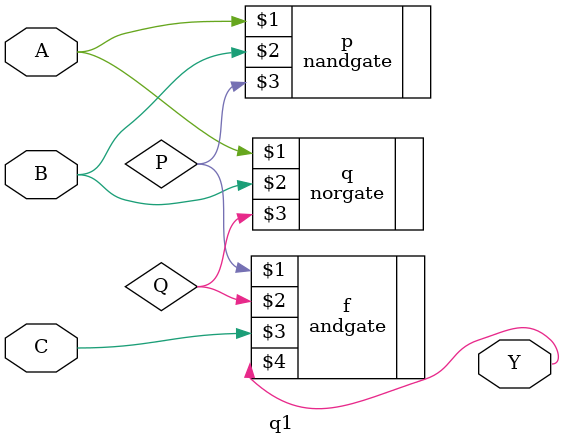
<source format=v>
module q1(A,B,C,Y);
input A,B,C;
output Y;
nandgate p(A,B,P);
norgate q(A,B,Q);
andgate f(P,Q,C,Y);
endmodule
</source>
